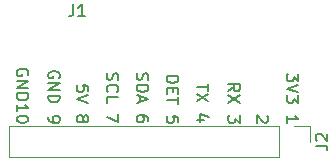
<source format=gbr>
%TF.GenerationSoftware,KiCad,Pcbnew,8.0.4*%
%TF.CreationDate,2024-08-13T15:07:55-04:00*%
%TF.ProjectId,Opta-breakout,4f707461-2d62-4726-9561-6b6f75742e6b,rev?*%
%TF.SameCoordinates,Original*%
%TF.FileFunction,Legend,Top*%
%TF.FilePolarity,Positive*%
%FSLAX46Y46*%
G04 Gerber Fmt 4.6, Leading zero omitted, Abs format (unit mm)*
G04 Created by KiCad (PCBNEW 8.0.4) date 2024-08-13 15:07:55*
%MOMM*%
%LPD*%
G01*
G04 APERTURE LIST*
%ADD10C,0.150000*%
%ADD11C,0.120000*%
G04 APERTURE END LIST*
D10*
X144537800Y-70789160D02*
X144490180Y-70932017D01*
X144490180Y-70932017D02*
X144490180Y-71170112D01*
X144490180Y-71170112D02*
X144537800Y-71265350D01*
X144537800Y-71265350D02*
X144585419Y-71312969D01*
X144585419Y-71312969D02*
X144680657Y-71360588D01*
X144680657Y-71360588D02*
X144775895Y-71360588D01*
X144775895Y-71360588D02*
X144871133Y-71312969D01*
X144871133Y-71312969D02*
X144918752Y-71265350D01*
X144918752Y-71265350D02*
X144966371Y-71170112D01*
X144966371Y-71170112D02*
X145013990Y-70979636D01*
X145013990Y-70979636D02*
X145061609Y-70884398D01*
X145061609Y-70884398D02*
X145109228Y-70836779D01*
X145109228Y-70836779D02*
X145204466Y-70789160D01*
X145204466Y-70789160D02*
X145299704Y-70789160D01*
X145299704Y-70789160D02*
X145394942Y-70836779D01*
X145394942Y-70836779D02*
X145442561Y-70884398D01*
X145442561Y-70884398D02*
X145490180Y-70979636D01*
X145490180Y-70979636D02*
X145490180Y-71217731D01*
X145490180Y-71217731D02*
X145442561Y-71360588D01*
X144585419Y-72360588D02*
X144537800Y-72312969D01*
X144537800Y-72312969D02*
X144490180Y-72170112D01*
X144490180Y-72170112D02*
X144490180Y-72074874D01*
X144490180Y-72074874D02*
X144537800Y-71932017D01*
X144537800Y-71932017D02*
X144633038Y-71836779D01*
X144633038Y-71836779D02*
X144728276Y-71789160D01*
X144728276Y-71789160D02*
X144918752Y-71741541D01*
X144918752Y-71741541D02*
X145061609Y-71741541D01*
X145061609Y-71741541D02*
X145252085Y-71789160D01*
X145252085Y-71789160D02*
X145347323Y-71836779D01*
X145347323Y-71836779D02*
X145442561Y-71932017D01*
X145442561Y-71932017D02*
X145490180Y-72074874D01*
X145490180Y-72074874D02*
X145490180Y-72170112D01*
X145490180Y-72170112D02*
X145442561Y-72312969D01*
X145442561Y-72312969D02*
X145394942Y-72360588D01*
X144490180Y-73265350D02*
X144490180Y-72789160D01*
X144490180Y-72789160D02*
X145490180Y-72789160D01*
X145490180Y-74265351D02*
X145490180Y-74932017D01*
X145490180Y-74932017D02*
X144490180Y-74503446D01*
X160730180Y-70841541D02*
X160730180Y-71460588D01*
X160730180Y-71460588D02*
X160349228Y-71127255D01*
X160349228Y-71127255D02*
X160349228Y-71270112D01*
X160349228Y-71270112D02*
X160301609Y-71365350D01*
X160301609Y-71365350D02*
X160253990Y-71412969D01*
X160253990Y-71412969D02*
X160158752Y-71460588D01*
X160158752Y-71460588D02*
X159920657Y-71460588D01*
X159920657Y-71460588D02*
X159825419Y-71412969D01*
X159825419Y-71412969D02*
X159777800Y-71365350D01*
X159777800Y-71365350D02*
X159730180Y-71270112D01*
X159730180Y-71270112D02*
X159730180Y-70984398D01*
X159730180Y-70984398D02*
X159777800Y-70889160D01*
X159777800Y-70889160D02*
X159825419Y-70841541D01*
X160730180Y-71746303D02*
X159730180Y-72079636D01*
X159730180Y-72079636D02*
X160730180Y-72412969D01*
X160730180Y-72651065D02*
X160730180Y-73270112D01*
X160730180Y-73270112D02*
X160349228Y-72936779D01*
X160349228Y-72936779D02*
X160349228Y-73079636D01*
X160349228Y-73079636D02*
X160301609Y-73174874D01*
X160301609Y-73174874D02*
X160253990Y-73222493D01*
X160253990Y-73222493D02*
X160158752Y-73270112D01*
X160158752Y-73270112D02*
X159920657Y-73270112D01*
X159920657Y-73270112D02*
X159825419Y-73222493D01*
X159825419Y-73222493D02*
X159777800Y-73174874D01*
X159777800Y-73174874D02*
X159730180Y-73079636D01*
X159730180Y-73079636D02*
X159730180Y-72793922D01*
X159730180Y-72793922D02*
X159777800Y-72698684D01*
X159777800Y-72698684D02*
X159825419Y-72651065D01*
X159730180Y-74984398D02*
X159730180Y-74412970D01*
X159730180Y-74698684D02*
X160730180Y-74698684D01*
X160730180Y-74698684D02*
X160587323Y-74603446D01*
X160587323Y-74603446D02*
X160492085Y-74508208D01*
X160492085Y-74508208D02*
X160444466Y-74412970D01*
X149570180Y-71036779D02*
X150570180Y-71036779D01*
X150570180Y-71036779D02*
X150570180Y-71274874D01*
X150570180Y-71274874D02*
X150522561Y-71417731D01*
X150522561Y-71417731D02*
X150427323Y-71512969D01*
X150427323Y-71512969D02*
X150332085Y-71560588D01*
X150332085Y-71560588D02*
X150141609Y-71608207D01*
X150141609Y-71608207D02*
X149998752Y-71608207D01*
X149998752Y-71608207D02*
X149808276Y-71560588D01*
X149808276Y-71560588D02*
X149713038Y-71512969D01*
X149713038Y-71512969D02*
X149617800Y-71417731D01*
X149617800Y-71417731D02*
X149570180Y-71274874D01*
X149570180Y-71274874D02*
X149570180Y-71036779D01*
X150093990Y-72036779D02*
X150093990Y-72370112D01*
X149570180Y-72512969D02*
X149570180Y-72036779D01*
X149570180Y-72036779D02*
X150570180Y-72036779D01*
X150570180Y-72036779D02*
X150570180Y-72512969D01*
X150570180Y-72798684D02*
X150570180Y-73370112D01*
X149570180Y-73084398D02*
X150570180Y-73084398D01*
X150570180Y-74941541D02*
X150570180Y-74465351D01*
X150570180Y-74465351D02*
X150093990Y-74417732D01*
X150093990Y-74417732D02*
X150141609Y-74465351D01*
X150141609Y-74465351D02*
X150189228Y-74560589D01*
X150189228Y-74560589D02*
X150189228Y-74798684D01*
X150189228Y-74798684D02*
X150141609Y-74893922D01*
X150141609Y-74893922D02*
X150093990Y-74941541D01*
X150093990Y-74941541D02*
X149998752Y-74989160D01*
X149998752Y-74989160D02*
X149760657Y-74989160D01*
X149760657Y-74989160D02*
X149665419Y-74941541D01*
X149665419Y-74941541D02*
X149617800Y-74893922D01*
X149617800Y-74893922D02*
X149570180Y-74798684D01*
X149570180Y-74798684D02*
X149570180Y-74560589D01*
X149570180Y-74560589D02*
X149617800Y-74465351D01*
X149617800Y-74465351D02*
X149665419Y-74417732D01*
X140489561Y-71160588D02*
X140537180Y-71065350D01*
X140537180Y-71065350D02*
X140537180Y-70922493D01*
X140537180Y-70922493D02*
X140489561Y-70779636D01*
X140489561Y-70779636D02*
X140394323Y-70684398D01*
X140394323Y-70684398D02*
X140299085Y-70636779D01*
X140299085Y-70636779D02*
X140108609Y-70589160D01*
X140108609Y-70589160D02*
X139965752Y-70589160D01*
X139965752Y-70589160D02*
X139775276Y-70636779D01*
X139775276Y-70636779D02*
X139680038Y-70684398D01*
X139680038Y-70684398D02*
X139584800Y-70779636D01*
X139584800Y-70779636D02*
X139537180Y-70922493D01*
X139537180Y-70922493D02*
X139537180Y-71017731D01*
X139537180Y-71017731D02*
X139584800Y-71160588D01*
X139584800Y-71160588D02*
X139632419Y-71208207D01*
X139632419Y-71208207D02*
X139965752Y-71208207D01*
X139965752Y-71208207D02*
X139965752Y-71017731D01*
X139537180Y-71636779D02*
X140537180Y-71636779D01*
X140537180Y-71636779D02*
X139537180Y-72208207D01*
X139537180Y-72208207D02*
X140537180Y-72208207D01*
X139537180Y-72684398D02*
X140537180Y-72684398D01*
X140537180Y-72684398D02*
X140537180Y-72922493D01*
X140537180Y-72922493D02*
X140489561Y-73065350D01*
X140489561Y-73065350D02*
X140394323Y-73160588D01*
X140394323Y-73160588D02*
X140299085Y-73208207D01*
X140299085Y-73208207D02*
X140108609Y-73255826D01*
X140108609Y-73255826D02*
X139965752Y-73255826D01*
X139965752Y-73255826D02*
X139775276Y-73208207D01*
X139775276Y-73208207D02*
X139680038Y-73160588D01*
X139680038Y-73160588D02*
X139584800Y-73065350D01*
X139584800Y-73065350D02*
X139537180Y-72922493D01*
X139537180Y-72922493D02*
X139537180Y-72684398D01*
X139537180Y-74493922D02*
X139537180Y-74684398D01*
X139537180Y-74684398D02*
X139584800Y-74779636D01*
X139584800Y-74779636D02*
X139632419Y-74827255D01*
X139632419Y-74827255D02*
X139775276Y-74922493D01*
X139775276Y-74922493D02*
X139965752Y-74970112D01*
X139965752Y-74970112D02*
X140346704Y-74970112D01*
X140346704Y-74970112D02*
X140441942Y-74922493D01*
X140441942Y-74922493D02*
X140489561Y-74874874D01*
X140489561Y-74874874D02*
X140537180Y-74779636D01*
X140537180Y-74779636D02*
X140537180Y-74589160D01*
X140537180Y-74589160D02*
X140489561Y-74493922D01*
X140489561Y-74493922D02*
X140441942Y-74446303D01*
X140441942Y-74446303D02*
X140346704Y-74398684D01*
X140346704Y-74398684D02*
X140108609Y-74398684D01*
X140108609Y-74398684D02*
X140013371Y-74446303D01*
X140013371Y-74446303D02*
X139965752Y-74493922D01*
X139965752Y-74493922D02*
X139918133Y-74589160D01*
X139918133Y-74589160D02*
X139918133Y-74779636D01*
X139918133Y-74779636D02*
X139965752Y-74874874D01*
X139965752Y-74874874D02*
X140013371Y-74922493D01*
X140013371Y-74922493D02*
X140108609Y-74970112D01*
X137822561Y-70960588D02*
X137870180Y-70865350D01*
X137870180Y-70865350D02*
X137870180Y-70722493D01*
X137870180Y-70722493D02*
X137822561Y-70579636D01*
X137822561Y-70579636D02*
X137727323Y-70484398D01*
X137727323Y-70484398D02*
X137632085Y-70436779D01*
X137632085Y-70436779D02*
X137441609Y-70389160D01*
X137441609Y-70389160D02*
X137298752Y-70389160D01*
X137298752Y-70389160D02*
X137108276Y-70436779D01*
X137108276Y-70436779D02*
X137013038Y-70484398D01*
X137013038Y-70484398D02*
X136917800Y-70579636D01*
X136917800Y-70579636D02*
X136870180Y-70722493D01*
X136870180Y-70722493D02*
X136870180Y-70817731D01*
X136870180Y-70817731D02*
X136917800Y-70960588D01*
X136917800Y-70960588D02*
X136965419Y-71008207D01*
X136965419Y-71008207D02*
X137298752Y-71008207D01*
X137298752Y-71008207D02*
X137298752Y-70817731D01*
X136870180Y-71436779D02*
X137870180Y-71436779D01*
X137870180Y-71436779D02*
X136870180Y-72008207D01*
X136870180Y-72008207D02*
X137870180Y-72008207D01*
X136870180Y-72484398D02*
X137870180Y-72484398D01*
X137870180Y-72484398D02*
X137870180Y-72722493D01*
X137870180Y-72722493D02*
X137822561Y-72865350D01*
X137822561Y-72865350D02*
X137727323Y-72960588D01*
X137727323Y-72960588D02*
X137632085Y-73008207D01*
X137632085Y-73008207D02*
X137441609Y-73055826D01*
X137441609Y-73055826D02*
X137298752Y-73055826D01*
X137298752Y-73055826D02*
X137108276Y-73008207D01*
X137108276Y-73008207D02*
X137013038Y-72960588D01*
X137013038Y-72960588D02*
X136917800Y-72865350D01*
X136917800Y-72865350D02*
X136870180Y-72722493D01*
X136870180Y-72722493D02*
X136870180Y-72484398D01*
X136870180Y-74008207D02*
X136870180Y-73436779D01*
X136870180Y-73722493D02*
X137870180Y-73722493D01*
X137870180Y-73722493D02*
X137727323Y-73627255D01*
X137727323Y-73627255D02*
X137632085Y-73532017D01*
X137632085Y-73532017D02*
X137584466Y-73436779D01*
X137870180Y-74627255D02*
X137870180Y-74722493D01*
X137870180Y-74722493D02*
X137822561Y-74817731D01*
X137822561Y-74817731D02*
X137774942Y-74865350D01*
X137774942Y-74865350D02*
X137679704Y-74912969D01*
X137679704Y-74912969D02*
X137489228Y-74960588D01*
X137489228Y-74960588D02*
X137251133Y-74960588D01*
X137251133Y-74960588D02*
X137060657Y-74912969D01*
X137060657Y-74912969D02*
X136965419Y-74865350D01*
X136965419Y-74865350D02*
X136917800Y-74817731D01*
X136917800Y-74817731D02*
X136870180Y-74722493D01*
X136870180Y-74722493D02*
X136870180Y-74627255D01*
X136870180Y-74627255D02*
X136917800Y-74532017D01*
X136917800Y-74532017D02*
X136965419Y-74484398D01*
X136965419Y-74484398D02*
X137060657Y-74436779D01*
X137060657Y-74436779D02*
X137251133Y-74389160D01*
X137251133Y-74389160D02*
X137489228Y-74389160D01*
X137489228Y-74389160D02*
X137679704Y-74436779D01*
X137679704Y-74436779D02*
X137774942Y-74484398D01*
X137774942Y-74484398D02*
X137822561Y-74532017D01*
X137822561Y-74532017D02*
X137870180Y-74627255D01*
X154777180Y-72308207D02*
X155253371Y-71974874D01*
X154777180Y-71736779D02*
X155777180Y-71736779D01*
X155777180Y-71736779D02*
X155777180Y-72117731D01*
X155777180Y-72117731D02*
X155729561Y-72212969D01*
X155729561Y-72212969D02*
X155681942Y-72260588D01*
X155681942Y-72260588D02*
X155586704Y-72308207D01*
X155586704Y-72308207D02*
X155443847Y-72308207D01*
X155443847Y-72308207D02*
X155348609Y-72260588D01*
X155348609Y-72260588D02*
X155300990Y-72212969D01*
X155300990Y-72212969D02*
X155253371Y-72117731D01*
X155253371Y-72117731D02*
X155253371Y-71736779D01*
X155777180Y-72641541D02*
X154777180Y-73308207D01*
X155777180Y-73308207D02*
X154777180Y-72641541D01*
X155777180Y-74355827D02*
X155777180Y-74974874D01*
X155777180Y-74974874D02*
X155396228Y-74641541D01*
X155396228Y-74641541D02*
X155396228Y-74784398D01*
X155396228Y-74784398D02*
X155348609Y-74879636D01*
X155348609Y-74879636D02*
X155300990Y-74927255D01*
X155300990Y-74927255D02*
X155205752Y-74974874D01*
X155205752Y-74974874D02*
X154967657Y-74974874D01*
X154967657Y-74974874D02*
X154872419Y-74927255D01*
X154872419Y-74927255D02*
X154824800Y-74879636D01*
X154824800Y-74879636D02*
X154777180Y-74784398D01*
X154777180Y-74784398D02*
X154777180Y-74498684D01*
X154777180Y-74498684D02*
X154824800Y-74403446D01*
X154824800Y-74403446D02*
X154872419Y-74355827D01*
X147077800Y-70789160D02*
X147030180Y-70932017D01*
X147030180Y-70932017D02*
X147030180Y-71170112D01*
X147030180Y-71170112D02*
X147077800Y-71265350D01*
X147077800Y-71265350D02*
X147125419Y-71312969D01*
X147125419Y-71312969D02*
X147220657Y-71360588D01*
X147220657Y-71360588D02*
X147315895Y-71360588D01*
X147315895Y-71360588D02*
X147411133Y-71312969D01*
X147411133Y-71312969D02*
X147458752Y-71265350D01*
X147458752Y-71265350D02*
X147506371Y-71170112D01*
X147506371Y-71170112D02*
X147553990Y-70979636D01*
X147553990Y-70979636D02*
X147601609Y-70884398D01*
X147601609Y-70884398D02*
X147649228Y-70836779D01*
X147649228Y-70836779D02*
X147744466Y-70789160D01*
X147744466Y-70789160D02*
X147839704Y-70789160D01*
X147839704Y-70789160D02*
X147934942Y-70836779D01*
X147934942Y-70836779D02*
X147982561Y-70884398D01*
X147982561Y-70884398D02*
X148030180Y-70979636D01*
X148030180Y-70979636D02*
X148030180Y-71217731D01*
X148030180Y-71217731D02*
X147982561Y-71360588D01*
X147030180Y-71789160D02*
X148030180Y-71789160D01*
X148030180Y-71789160D02*
X148030180Y-72027255D01*
X148030180Y-72027255D02*
X147982561Y-72170112D01*
X147982561Y-72170112D02*
X147887323Y-72265350D01*
X147887323Y-72265350D02*
X147792085Y-72312969D01*
X147792085Y-72312969D02*
X147601609Y-72360588D01*
X147601609Y-72360588D02*
X147458752Y-72360588D01*
X147458752Y-72360588D02*
X147268276Y-72312969D01*
X147268276Y-72312969D02*
X147173038Y-72265350D01*
X147173038Y-72265350D02*
X147077800Y-72170112D01*
X147077800Y-72170112D02*
X147030180Y-72027255D01*
X147030180Y-72027255D02*
X147030180Y-71789160D01*
X147315895Y-72741541D02*
X147315895Y-73217731D01*
X147030180Y-72646303D02*
X148030180Y-72979636D01*
X148030180Y-72979636D02*
X147030180Y-73312969D01*
X148030180Y-74836779D02*
X148030180Y-74646303D01*
X148030180Y-74646303D02*
X147982561Y-74551065D01*
X147982561Y-74551065D02*
X147934942Y-74503446D01*
X147934942Y-74503446D02*
X147792085Y-74408208D01*
X147792085Y-74408208D02*
X147601609Y-74360589D01*
X147601609Y-74360589D02*
X147220657Y-74360589D01*
X147220657Y-74360589D02*
X147125419Y-74408208D01*
X147125419Y-74408208D02*
X147077800Y-74455827D01*
X147077800Y-74455827D02*
X147030180Y-74551065D01*
X147030180Y-74551065D02*
X147030180Y-74741541D01*
X147030180Y-74741541D02*
X147077800Y-74836779D01*
X147077800Y-74836779D02*
X147125419Y-74884398D01*
X147125419Y-74884398D02*
X147220657Y-74932017D01*
X147220657Y-74932017D02*
X147458752Y-74932017D01*
X147458752Y-74932017D02*
X147553990Y-74884398D01*
X147553990Y-74884398D02*
X147601609Y-74836779D01*
X147601609Y-74836779D02*
X147649228Y-74741541D01*
X147649228Y-74741541D02*
X147649228Y-74551065D01*
X147649228Y-74551065D02*
X147601609Y-74455827D01*
X147601609Y-74455827D02*
X147553990Y-74408208D01*
X147553990Y-74408208D02*
X147458752Y-74360589D01*
X153110180Y-71693922D02*
X153110180Y-72265350D01*
X152110180Y-71979636D02*
X153110180Y-71979636D01*
X153110180Y-72503446D02*
X152110180Y-73170112D01*
X153110180Y-73170112D02*
X152110180Y-72503446D01*
X152776847Y-74741541D02*
X152110180Y-74741541D01*
X153157800Y-74503446D02*
X152443514Y-74265351D01*
X152443514Y-74265351D02*
X152443514Y-74884398D01*
X142950180Y-72312969D02*
X142950180Y-71836779D01*
X142950180Y-71836779D02*
X142473990Y-71789160D01*
X142473990Y-71789160D02*
X142521609Y-71836779D01*
X142521609Y-71836779D02*
X142569228Y-71932017D01*
X142569228Y-71932017D02*
X142569228Y-72170112D01*
X142569228Y-72170112D02*
X142521609Y-72265350D01*
X142521609Y-72265350D02*
X142473990Y-72312969D01*
X142473990Y-72312969D02*
X142378752Y-72360588D01*
X142378752Y-72360588D02*
X142140657Y-72360588D01*
X142140657Y-72360588D02*
X142045419Y-72312969D01*
X142045419Y-72312969D02*
X141997800Y-72265350D01*
X141997800Y-72265350D02*
X141950180Y-72170112D01*
X141950180Y-72170112D02*
X141950180Y-71932017D01*
X141950180Y-71932017D02*
X141997800Y-71836779D01*
X141997800Y-71836779D02*
X142045419Y-71789160D01*
X142950180Y-72646303D02*
X141950180Y-72979636D01*
X141950180Y-72979636D02*
X142950180Y-73312969D01*
X142521609Y-74551065D02*
X142569228Y-74455827D01*
X142569228Y-74455827D02*
X142616847Y-74408208D01*
X142616847Y-74408208D02*
X142712085Y-74360589D01*
X142712085Y-74360589D02*
X142759704Y-74360589D01*
X142759704Y-74360589D02*
X142854942Y-74408208D01*
X142854942Y-74408208D02*
X142902561Y-74455827D01*
X142902561Y-74455827D02*
X142950180Y-74551065D01*
X142950180Y-74551065D02*
X142950180Y-74741541D01*
X142950180Y-74741541D02*
X142902561Y-74836779D01*
X142902561Y-74836779D02*
X142854942Y-74884398D01*
X142854942Y-74884398D02*
X142759704Y-74932017D01*
X142759704Y-74932017D02*
X142712085Y-74932017D01*
X142712085Y-74932017D02*
X142616847Y-74884398D01*
X142616847Y-74884398D02*
X142569228Y-74836779D01*
X142569228Y-74836779D02*
X142521609Y-74741541D01*
X142521609Y-74741541D02*
X142521609Y-74551065D01*
X142521609Y-74551065D02*
X142473990Y-74455827D01*
X142473990Y-74455827D02*
X142426371Y-74408208D01*
X142426371Y-74408208D02*
X142331133Y-74360589D01*
X142331133Y-74360589D02*
X142140657Y-74360589D01*
X142140657Y-74360589D02*
X142045419Y-74408208D01*
X142045419Y-74408208D02*
X141997800Y-74455827D01*
X141997800Y-74455827D02*
X141950180Y-74551065D01*
X141950180Y-74551065D02*
X141950180Y-74741541D01*
X141950180Y-74741541D02*
X141997800Y-74836779D01*
X141997800Y-74836779D02*
X142045419Y-74884398D01*
X142045419Y-74884398D02*
X142140657Y-74932017D01*
X142140657Y-74932017D02*
X142331133Y-74932017D01*
X142331133Y-74932017D02*
X142426371Y-74884398D01*
X142426371Y-74884398D02*
X142473990Y-74836779D01*
X142473990Y-74836779D02*
X142521609Y-74741541D01*
X158094942Y-74389160D02*
X158142561Y-74436779D01*
X158142561Y-74436779D02*
X158190180Y-74532017D01*
X158190180Y-74532017D02*
X158190180Y-74770112D01*
X158190180Y-74770112D02*
X158142561Y-74865350D01*
X158142561Y-74865350D02*
X158094942Y-74912969D01*
X158094942Y-74912969D02*
X157999704Y-74960588D01*
X157999704Y-74960588D02*
X157904466Y-74960588D01*
X157904466Y-74960588D02*
X157761609Y-74912969D01*
X157761609Y-74912969D02*
X157190180Y-74341541D01*
X157190180Y-74341541D02*
X157190180Y-74960588D01*
X162185819Y-76914333D02*
X162900104Y-76914333D01*
X162900104Y-76914333D02*
X163042961Y-76961952D01*
X163042961Y-76961952D02*
X163138200Y-77057190D01*
X163138200Y-77057190D02*
X163185819Y-77200047D01*
X163185819Y-77200047D02*
X163185819Y-77295285D01*
X162281057Y-76485761D02*
X162233438Y-76438142D01*
X162233438Y-76438142D02*
X162185819Y-76342904D01*
X162185819Y-76342904D02*
X162185819Y-76104809D01*
X162185819Y-76104809D02*
X162233438Y-76009571D01*
X162233438Y-76009571D02*
X162281057Y-75961952D01*
X162281057Y-75961952D02*
X162376295Y-75914333D01*
X162376295Y-75914333D02*
X162471533Y-75914333D01*
X162471533Y-75914333D02*
X162614390Y-75961952D01*
X162614390Y-75961952D02*
X163185819Y-76533380D01*
X163185819Y-76533380D02*
X163185819Y-75914333D01*
X141666666Y-64954819D02*
X141666666Y-65669104D01*
X141666666Y-65669104D02*
X141619047Y-65811961D01*
X141619047Y-65811961D02*
X141523809Y-65907200D01*
X141523809Y-65907200D02*
X141380952Y-65954819D01*
X141380952Y-65954819D02*
X141285714Y-65954819D01*
X142666666Y-65954819D02*
X142095238Y-65954819D01*
X142380952Y-65954819D02*
X142380952Y-64954819D01*
X142380952Y-64954819D02*
X142285714Y-65097676D01*
X142285714Y-65097676D02*
X142190476Y-65192914D01*
X142190476Y-65192914D02*
X142095238Y-65240533D01*
D11*
%TO.C,J2*%
X136211000Y-75251000D02*
X136211000Y-77911000D01*
X159130999Y-75251000D02*
X136211000Y-75251000D01*
X159130999Y-75251000D02*
X159130999Y-77911000D01*
X159130999Y-77911000D02*
X136211000Y-77911000D01*
X160401000Y-75251000D02*
X161731000Y-75251000D01*
X161731000Y-75251000D02*
X161731000Y-76581000D01*
%TD*%
M02*

</source>
